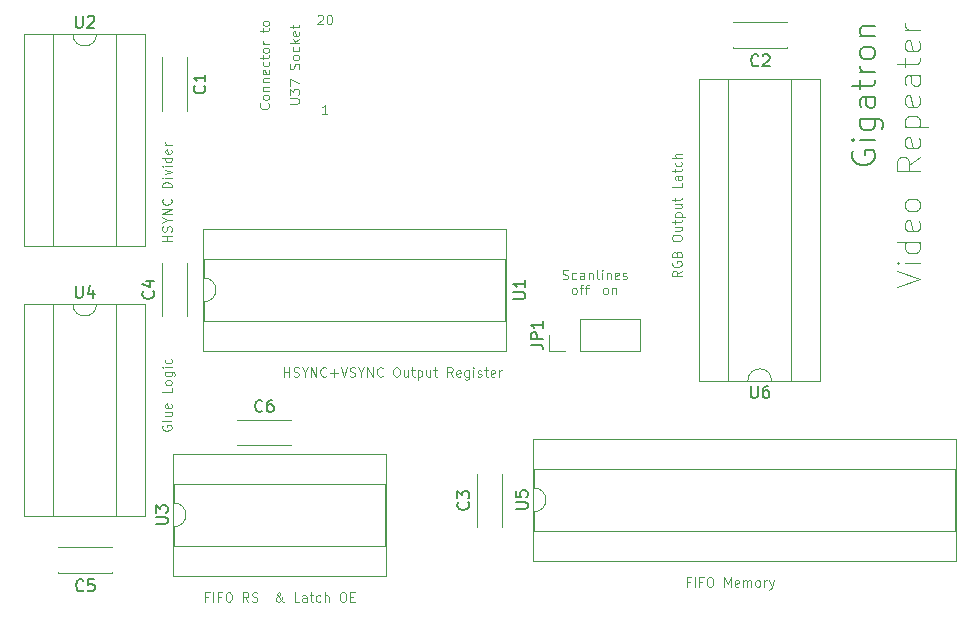
<source format=gbr>
G04 #@! TF.GenerationSoftware,KiCad,Pcbnew,(5.1.9)-1*
G04 #@! TF.CreationDate,2023-05-10T22:08:07+02:00*
G04 #@! TF.ProjectId,repeater,72657065-6174-4657-922e-6b696361645f,1*
G04 #@! TF.SameCoordinates,Original*
G04 #@! TF.FileFunction,Legend,Top*
G04 #@! TF.FilePolarity,Positive*
%FSLAX46Y46*%
G04 Gerber Fmt 4.6, Leading zero omitted, Abs format (unit mm)*
G04 Created by KiCad (PCBNEW (5.1.9)-1) date 2023-05-10 22:08:07*
%MOMM*%
%LPD*%
G01*
G04 APERTURE LIST*
%ADD10C,0.100000*%
%ADD11C,0.200000*%
%ADD12C,0.120000*%
%ADD13C,0.150000*%
%ADD14R,1.600000X1.600000*%
%ADD15O,1.600000X1.600000*%
%ADD16O,1.600000X2.400000*%
%ADD17R,1.600000X2.400000*%
%ADD18C,1.600000*%
%ADD19O,1.700000X1.700000*%
%ADD20R,1.700000X1.700000*%
G04 APERTURE END LIST*
D10*
X74656904Y-77139285D02*
X73856904Y-77139285D01*
X74237857Y-77139285D02*
X74237857Y-76682142D01*
X74656904Y-76682142D02*
X73856904Y-76682142D01*
X74618809Y-76339285D02*
X74656904Y-76225000D01*
X74656904Y-76034523D01*
X74618809Y-75958333D01*
X74580714Y-75920238D01*
X74504523Y-75882142D01*
X74428333Y-75882142D01*
X74352142Y-75920238D01*
X74314047Y-75958333D01*
X74275952Y-76034523D01*
X74237857Y-76186904D01*
X74199761Y-76263095D01*
X74161666Y-76301190D01*
X74085476Y-76339285D01*
X74009285Y-76339285D01*
X73933095Y-76301190D01*
X73895000Y-76263095D01*
X73856904Y-76186904D01*
X73856904Y-75996428D01*
X73895000Y-75882142D01*
X74275952Y-75386904D02*
X74656904Y-75386904D01*
X73856904Y-75653571D02*
X74275952Y-75386904D01*
X73856904Y-75120238D01*
X74656904Y-74853571D02*
X73856904Y-74853571D01*
X74656904Y-74396428D01*
X73856904Y-74396428D01*
X74580714Y-73558333D02*
X74618809Y-73596428D01*
X74656904Y-73710714D01*
X74656904Y-73786904D01*
X74618809Y-73901190D01*
X74542619Y-73977380D01*
X74466428Y-74015476D01*
X74314047Y-74053571D01*
X74199761Y-74053571D01*
X74047380Y-74015476D01*
X73971190Y-73977380D01*
X73895000Y-73901190D01*
X73856904Y-73786904D01*
X73856904Y-73710714D01*
X73895000Y-73596428D01*
X73933095Y-73558333D01*
X74656904Y-72605952D02*
X73856904Y-72605952D01*
X73856904Y-72415476D01*
X73895000Y-72301190D01*
X73971190Y-72225000D01*
X74047380Y-72186904D01*
X74199761Y-72148809D01*
X74314047Y-72148809D01*
X74466428Y-72186904D01*
X74542619Y-72225000D01*
X74618809Y-72301190D01*
X74656904Y-72415476D01*
X74656904Y-72605952D01*
X74656904Y-71805952D02*
X74123571Y-71805952D01*
X73856904Y-71805952D02*
X73895000Y-71844047D01*
X73933095Y-71805952D01*
X73895000Y-71767857D01*
X73856904Y-71805952D01*
X73933095Y-71805952D01*
X74123571Y-71501190D02*
X74656904Y-71310714D01*
X74123571Y-71120238D01*
X74656904Y-70815476D02*
X74123571Y-70815476D01*
X73856904Y-70815476D02*
X73895000Y-70853571D01*
X73933095Y-70815476D01*
X73895000Y-70777380D01*
X73856904Y-70815476D01*
X73933095Y-70815476D01*
X74656904Y-70091666D02*
X73856904Y-70091666D01*
X74618809Y-70091666D02*
X74656904Y-70167857D01*
X74656904Y-70320238D01*
X74618809Y-70396428D01*
X74580714Y-70434523D01*
X74504523Y-70472619D01*
X74275952Y-70472619D01*
X74199761Y-70434523D01*
X74161666Y-70396428D01*
X74123571Y-70320238D01*
X74123571Y-70167857D01*
X74161666Y-70091666D01*
X74618809Y-69405952D02*
X74656904Y-69482142D01*
X74656904Y-69634523D01*
X74618809Y-69710714D01*
X74542619Y-69748809D01*
X74237857Y-69748809D01*
X74161666Y-69710714D01*
X74123571Y-69634523D01*
X74123571Y-69482142D01*
X74161666Y-69405952D01*
X74237857Y-69367857D01*
X74314047Y-69367857D01*
X74390238Y-69748809D01*
X74656904Y-69025000D02*
X74123571Y-69025000D01*
X74275952Y-69025000D02*
X74199761Y-68986904D01*
X74161666Y-68948809D01*
X74123571Y-68872619D01*
X74123571Y-68796428D01*
X136064761Y-80992857D02*
X138064761Y-80326190D01*
X136064761Y-79659523D01*
X138064761Y-78992857D02*
X136731428Y-78992857D01*
X136064761Y-78992857D02*
X136160000Y-79088095D01*
X136255238Y-78992857D01*
X136160000Y-78897619D01*
X136064761Y-78992857D01*
X136255238Y-78992857D01*
X138064761Y-77183333D02*
X136064761Y-77183333D01*
X137969523Y-77183333D02*
X138064761Y-77373809D01*
X138064761Y-77754761D01*
X137969523Y-77945238D01*
X137874285Y-78040476D01*
X137683809Y-78135714D01*
X137112380Y-78135714D01*
X136921904Y-78040476D01*
X136826666Y-77945238D01*
X136731428Y-77754761D01*
X136731428Y-77373809D01*
X136826666Y-77183333D01*
X137969523Y-75469047D02*
X138064761Y-75659523D01*
X138064761Y-76040476D01*
X137969523Y-76230952D01*
X137779047Y-76326190D01*
X137017142Y-76326190D01*
X136826666Y-76230952D01*
X136731428Y-76040476D01*
X136731428Y-75659523D01*
X136826666Y-75469047D01*
X137017142Y-75373809D01*
X137207619Y-75373809D01*
X137398095Y-76326190D01*
X138064761Y-74230952D02*
X137969523Y-74421428D01*
X137874285Y-74516666D01*
X137683809Y-74611904D01*
X137112380Y-74611904D01*
X136921904Y-74516666D01*
X136826666Y-74421428D01*
X136731428Y-74230952D01*
X136731428Y-73945238D01*
X136826666Y-73754761D01*
X136921904Y-73659523D01*
X137112380Y-73564285D01*
X137683809Y-73564285D01*
X137874285Y-73659523D01*
X137969523Y-73754761D01*
X138064761Y-73945238D01*
X138064761Y-74230952D01*
X138064761Y-70040476D02*
X137112380Y-70707142D01*
X138064761Y-71183333D02*
X136064761Y-71183333D01*
X136064761Y-70421428D01*
X136160000Y-70230952D01*
X136255238Y-70135714D01*
X136445714Y-70040476D01*
X136731428Y-70040476D01*
X136921904Y-70135714D01*
X137017142Y-70230952D01*
X137112380Y-70421428D01*
X137112380Y-71183333D01*
X137969523Y-68421428D02*
X138064761Y-68611904D01*
X138064761Y-68992857D01*
X137969523Y-69183333D01*
X137779047Y-69278571D01*
X137017142Y-69278571D01*
X136826666Y-69183333D01*
X136731428Y-68992857D01*
X136731428Y-68611904D01*
X136826666Y-68421428D01*
X137017142Y-68326190D01*
X137207619Y-68326190D01*
X137398095Y-69278571D01*
X136731428Y-67469047D02*
X138731428Y-67469047D01*
X136826666Y-67469047D02*
X136731428Y-67278571D01*
X136731428Y-66897619D01*
X136826666Y-66707142D01*
X136921904Y-66611904D01*
X137112380Y-66516666D01*
X137683809Y-66516666D01*
X137874285Y-66611904D01*
X137969523Y-66707142D01*
X138064761Y-66897619D01*
X138064761Y-67278571D01*
X137969523Y-67469047D01*
X137969523Y-64897619D02*
X138064761Y-65088095D01*
X138064761Y-65469047D01*
X137969523Y-65659523D01*
X137779047Y-65754761D01*
X137017142Y-65754761D01*
X136826666Y-65659523D01*
X136731428Y-65469047D01*
X136731428Y-65088095D01*
X136826666Y-64897619D01*
X137017142Y-64802380D01*
X137207619Y-64802380D01*
X137398095Y-65754761D01*
X138064761Y-63088095D02*
X137017142Y-63088095D01*
X136826666Y-63183333D01*
X136731428Y-63373809D01*
X136731428Y-63754761D01*
X136826666Y-63945238D01*
X137969523Y-63088095D02*
X138064761Y-63278571D01*
X138064761Y-63754761D01*
X137969523Y-63945238D01*
X137779047Y-64040476D01*
X137588571Y-64040476D01*
X137398095Y-63945238D01*
X137302857Y-63754761D01*
X137302857Y-63278571D01*
X137207619Y-63088095D01*
X136731428Y-62421428D02*
X136731428Y-61659523D01*
X136064761Y-62135714D02*
X137779047Y-62135714D01*
X137969523Y-62040476D01*
X138064761Y-61850000D01*
X138064761Y-61659523D01*
X137969523Y-60230952D02*
X138064761Y-60421428D01*
X138064761Y-60802380D01*
X137969523Y-60992857D01*
X137779047Y-61088095D01*
X137017142Y-61088095D01*
X136826666Y-60992857D01*
X136731428Y-60802380D01*
X136731428Y-60421428D01*
X136826666Y-60230952D01*
X137017142Y-60135714D01*
X137207619Y-60135714D01*
X137398095Y-61088095D01*
X138064761Y-59278571D02*
X136731428Y-59278571D01*
X137112380Y-59278571D02*
X136921904Y-59183333D01*
X136826666Y-59088095D01*
X136731428Y-58897619D01*
X136731428Y-58707142D01*
X117836904Y-79672857D02*
X117455952Y-79939523D01*
X117836904Y-80130000D02*
X117036904Y-80130000D01*
X117036904Y-79825238D01*
X117075000Y-79749047D01*
X117113095Y-79710952D01*
X117189285Y-79672857D01*
X117303571Y-79672857D01*
X117379761Y-79710952D01*
X117417857Y-79749047D01*
X117455952Y-79825238D01*
X117455952Y-80130000D01*
X117075000Y-78910952D02*
X117036904Y-78987142D01*
X117036904Y-79101428D01*
X117075000Y-79215714D01*
X117151190Y-79291904D01*
X117227380Y-79330000D01*
X117379761Y-79368095D01*
X117494047Y-79368095D01*
X117646428Y-79330000D01*
X117722619Y-79291904D01*
X117798809Y-79215714D01*
X117836904Y-79101428D01*
X117836904Y-79025238D01*
X117798809Y-78910952D01*
X117760714Y-78872857D01*
X117494047Y-78872857D01*
X117494047Y-79025238D01*
X117417857Y-78263333D02*
X117455952Y-78149047D01*
X117494047Y-78110952D01*
X117570238Y-78072857D01*
X117684523Y-78072857D01*
X117760714Y-78110952D01*
X117798809Y-78149047D01*
X117836904Y-78225238D01*
X117836904Y-78530000D01*
X117036904Y-78530000D01*
X117036904Y-78263333D01*
X117075000Y-78187142D01*
X117113095Y-78149047D01*
X117189285Y-78110952D01*
X117265476Y-78110952D01*
X117341666Y-78149047D01*
X117379761Y-78187142D01*
X117417857Y-78263333D01*
X117417857Y-78530000D01*
X117036904Y-76968095D02*
X117036904Y-76815714D01*
X117075000Y-76739523D01*
X117151190Y-76663333D01*
X117303571Y-76625238D01*
X117570238Y-76625238D01*
X117722619Y-76663333D01*
X117798809Y-76739523D01*
X117836904Y-76815714D01*
X117836904Y-76968095D01*
X117798809Y-77044285D01*
X117722619Y-77120476D01*
X117570238Y-77158571D01*
X117303571Y-77158571D01*
X117151190Y-77120476D01*
X117075000Y-77044285D01*
X117036904Y-76968095D01*
X117303571Y-75939523D02*
X117836904Y-75939523D01*
X117303571Y-76282380D02*
X117722619Y-76282380D01*
X117798809Y-76244285D01*
X117836904Y-76168095D01*
X117836904Y-76053809D01*
X117798809Y-75977619D01*
X117760714Y-75939523D01*
X117303571Y-75672857D02*
X117303571Y-75368095D01*
X117036904Y-75558571D02*
X117722619Y-75558571D01*
X117798809Y-75520476D01*
X117836904Y-75444285D01*
X117836904Y-75368095D01*
X117303571Y-75101428D02*
X118103571Y-75101428D01*
X117341666Y-75101428D02*
X117303571Y-75025238D01*
X117303571Y-74872857D01*
X117341666Y-74796666D01*
X117379761Y-74758571D01*
X117455952Y-74720476D01*
X117684523Y-74720476D01*
X117760714Y-74758571D01*
X117798809Y-74796666D01*
X117836904Y-74872857D01*
X117836904Y-75025238D01*
X117798809Y-75101428D01*
X117303571Y-74034761D02*
X117836904Y-74034761D01*
X117303571Y-74377619D02*
X117722619Y-74377619D01*
X117798809Y-74339523D01*
X117836904Y-74263333D01*
X117836904Y-74149047D01*
X117798809Y-74072857D01*
X117760714Y-74034761D01*
X117303571Y-73768095D02*
X117303571Y-73463333D01*
X117036904Y-73653809D02*
X117722619Y-73653809D01*
X117798809Y-73615714D01*
X117836904Y-73539523D01*
X117836904Y-73463333D01*
X117836904Y-72206190D02*
X117836904Y-72587142D01*
X117036904Y-72587142D01*
X117836904Y-71596666D02*
X117417857Y-71596666D01*
X117341666Y-71634761D01*
X117303571Y-71710952D01*
X117303571Y-71863333D01*
X117341666Y-71939523D01*
X117798809Y-71596666D02*
X117836904Y-71672857D01*
X117836904Y-71863333D01*
X117798809Y-71939523D01*
X117722619Y-71977619D01*
X117646428Y-71977619D01*
X117570238Y-71939523D01*
X117532142Y-71863333D01*
X117532142Y-71672857D01*
X117494047Y-71596666D01*
X117303571Y-71330000D02*
X117303571Y-71025238D01*
X117036904Y-71215714D02*
X117722619Y-71215714D01*
X117798809Y-71177619D01*
X117836904Y-71101428D01*
X117836904Y-71025238D01*
X117798809Y-70415714D02*
X117836904Y-70491904D01*
X117836904Y-70644285D01*
X117798809Y-70720476D01*
X117760714Y-70758571D01*
X117684523Y-70796666D01*
X117455952Y-70796666D01*
X117379761Y-70758571D01*
X117341666Y-70720476D01*
X117303571Y-70644285D01*
X117303571Y-70491904D01*
X117341666Y-70415714D01*
X117836904Y-70072857D02*
X117036904Y-70072857D01*
X117836904Y-69730000D02*
X117417857Y-69730000D01*
X117341666Y-69768095D01*
X117303571Y-69844285D01*
X117303571Y-69958571D01*
X117341666Y-70034761D01*
X117379761Y-70072857D01*
X73895000Y-92760476D02*
X73856904Y-92836666D01*
X73856904Y-92950952D01*
X73895000Y-93065238D01*
X73971190Y-93141428D01*
X74047380Y-93179523D01*
X74199761Y-93217619D01*
X74314047Y-93217619D01*
X74466428Y-93179523D01*
X74542619Y-93141428D01*
X74618809Y-93065238D01*
X74656904Y-92950952D01*
X74656904Y-92874761D01*
X74618809Y-92760476D01*
X74580714Y-92722380D01*
X74314047Y-92722380D01*
X74314047Y-92874761D01*
X74656904Y-92265238D02*
X74618809Y-92341428D01*
X74542619Y-92379523D01*
X73856904Y-92379523D01*
X74123571Y-91617619D02*
X74656904Y-91617619D01*
X74123571Y-91960476D02*
X74542619Y-91960476D01*
X74618809Y-91922380D01*
X74656904Y-91846190D01*
X74656904Y-91731904D01*
X74618809Y-91655714D01*
X74580714Y-91617619D01*
X74618809Y-90931904D02*
X74656904Y-91008095D01*
X74656904Y-91160476D01*
X74618809Y-91236666D01*
X74542619Y-91274761D01*
X74237857Y-91274761D01*
X74161666Y-91236666D01*
X74123571Y-91160476D01*
X74123571Y-91008095D01*
X74161666Y-90931904D01*
X74237857Y-90893809D01*
X74314047Y-90893809D01*
X74390238Y-91274761D01*
X74656904Y-89560476D02*
X74656904Y-89941428D01*
X73856904Y-89941428D01*
X74656904Y-89179523D02*
X74618809Y-89255714D01*
X74580714Y-89293809D01*
X74504523Y-89331904D01*
X74275952Y-89331904D01*
X74199761Y-89293809D01*
X74161666Y-89255714D01*
X74123571Y-89179523D01*
X74123571Y-89065238D01*
X74161666Y-88989047D01*
X74199761Y-88950952D01*
X74275952Y-88912857D01*
X74504523Y-88912857D01*
X74580714Y-88950952D01*
X74618809Y-88989047D01*
X74656904Y-89065238D01*
X74656904Y-89179523D01*
X74123571Y-88227142D02*
X74771190Y-88227142D01*
X74847380Y-88265238D01*
X74885476Y-88303333D01*
X74923571Y-88379523D01*
X74923571Y-88493809D01*
X74885476Y-88570000D01*
X74618809Y-88227142D02*
X74656904Y-88303333D01*
X74656904Y-88455714D01*
X74618809Y-88531904D01*
X74580714Y-88570000D01*
X74504523Y-88608095D01*
X74275952Y-88608095D01*
X74199761Y-88570000D01*
X74161666Y-88531904D01*
X74123571Y-88455714D01*
X74123571Y-88303333D01*
X74161666Y-88227142D01*
X74656904Y-87846190D02*
X74123571Y-87846190D01*
X73856904Y-87846190D02*
X73895000Y-87884285D01*
X73933095Y-87846190D01*
X73895000Y-87808095D01*
X73856904Y-87846190D01*
X73933095Y-87846190D01*
X74618809Y-87122380D02*
X74656904Y-87198571D01*
X74656904Y-87350952D01*
X74618809Y-87427142D01*
X74580714Y-87465238D01*
X74504523Y-87503333D01*
X74275952Y-87503333D01*
X74199761Y-87465238D01*
X74161666Y-87427142D01*
X74123571Y-87350952D01*
X74123571Y-87198571D01*
X74161666Y-87122380D01*
X84183095Y-88626904D02*
X84183095Y-87826904D01*
X84183095Y-88207857D02*
X84640238Y-88207857D01*
X84640238Y-88626904D02*
X84640238Y-87826904D01*
X84983095Y-88588809D02*
X85097380Y-88626904D01*
X85287857Y-88626904D01*
X85364047Y-88588809D01*
X85402142Y-88550714D01*
X85440238Y-88474523D01*
X85440238Y-88398333D01*
X85402142Y-88322142D01*
X85364047Y-88284047D01*
X85287857Y-88245952D01*
X85135476Y-88207857D01*
X85059285Y-88169761D01*
X85021190Y-88131666D01*
X84983095Y-88055476D01*
X84983095Y-87979285D01*
X85021190Y-87903095D01*
X85059285Y-87865000D01*
X85135476Y-87826904D01*
X85325952Y-87826904D01*
X85440238Y-87865000D01*
X85935476Y-88245952D02*
X85935476Y-88626904D01*
X85668809Y-87826904D02*
X85935476Y-88245952D01*
X86202142Y-87826904D01*
X86468809Y-88626904D02*
X86468809Y-87826904D01*
X86925952Y-88626904D01*
X86925952Y-87826904D01*
X87764047Y-88550714D02*
X87725952Y-88588809D01*
X87611666Y-88626904D01*
X87535476Y-88626904D01*
X87421190Y-88588809D01*
X87345000Y-88512619D01*
X87306904Y-88436428D01*
X87268809Y-88284047D01*
X87268809Y-88169761D01*
X87306904Y-88017380D01*
X87345000Y-87941190D01*
X87421190Y-87865000D01*
X87535476Y-87826904D01*
X87611666Y-87826904D01*
X87725952Y-87865000D01*
X87764047Y-87903095D01*
X88106904Y-88322142D02*
X88716428Y-88322142D01*
X88411666Y-88626904D02*
X88411666Y-88017380D01*
X88983095Y-87826904D02*
X89249761Y-88626904D01*
X89516428Y-87826904D01*
X89745000Y-88588809D02*
X89859285Y-88626904D01*
X90049761Y-88626904D01*
X90125952Y-88588809D01*
X90164047Y-88550714D01*
X90202142Y-88474523D01*
X90202142Y-88398333D01*
X90164047Y-88322142D01*
X90125952Y-88284047D01*
X90049761Y-88245952D01*
X89897380Y-88207857D01*
X89821190Y-88169761D01*
X89783095Y-88131666D01*
X89745000Y-88055476D01*
X89745000Y-87979285D01*
X89783095Y-87903095D01*
X89821190Y-87865000D01*
X89897380Y-87826904D01*
X90087857Y-87826904D01*
X90202142Y-87865000D01*
X90697380Y-88245952D02*
X90697380Y-88626904D01*
X90430714Y-87826904D02*
X90697380Y-88245952D01*
X90964047Y-87826904D01*
X91230714Y-88626904D02*
X91230714Y-87826904D01*
X91687857Y-88626904D01*
X91687857Y-87826904D01*
X92525952Y-88550714D02*
X92487857Y-88588809D01*
X92373571Y-88626904D01*
X92297380Y-88626904D01*
X92183095Y-88588809D01*
X92106904Y-88512619D01*
X92068809Y-88436428D01*
X92030714Y-88284047D01*
X92030714Y-88169761D01*
X92068809Y-88017380D01*
X92106904Y-87941190D01*
X92183095Y-87865000D01*
X92297380Y-87826904D01*
X92373571Y-87826904D01*
X92487857Y-87865000D01*
X92525952Y-87903095D01*
X93630714Y-87826904D02*
X93783095Y-87826904D01*
X93859285Y-87865000D01*
X93935476Y-87941190D01*
X93973571Y-88093571D01*
X93973571Y-88360238D01*
X93935476Y-88512619D01*
X93859285Y-88588809D01*
X93783095Y-88626904D01*
X93630714Y-88626904D01*
X93554523Y-88588809D01*
X93478333Y-88512619D01*
X93440238Y-88360238D01*
X93440238Y-88093571D01*
X93478333Y-87941190D01*
X93554523Y-87865000D01*
X93630714Y-87826904D01*
X94659285Y-88093571D02*
X94659285Y-88626904D01*
X94316428Y-88093571D02*
X94316428Y-88512619D01*
X94354523Y-88588809D01*
X94430714Y-88626904D01*
X94545000Y-88626904D01*
X94621190Y-88588809D01*
X94659285Y-88550714D01*
X94925952Y-88093571D02*
X95230714Y-88093571D01*
X95040238Y-87826904D02*
X95040238Y-88512619D01*
X95078333Y-88588809D01*
X95154523Y-88626904D01*
X95230714Y-88626904D01*
X95497380Y-88093571D02*
X95497380Y-88893571D01*
X95497380Y-88131666D02*
X95573571Y-88093571D01*
X95725952Y-88093571D01*
X95802142Y-88131666D01*
X95840238Y-88169761D01*
X95878333Y-88245952D01*
X95878333Y-88474523D01*
X95840238Y-88550714D01*
X95802142Y-88588809D01*
X95725952Y-88626904D01*
X95573571Y-88626904D01*
X95497380Y-88588809D01*
X96564047Y-88093571D02*
X96564047Y-88626904D01*
X96221190Y-88093571D02*
X96221190Y-88512619D01*
X96259285Y-88588809D01*
X96335476Y-88626904D01*
X96449761Y-88626904D01*
X96525952Y-88588809D01*
X96564047Y-88550714D01*
X96830714Y-88093571D02*
X97135476Y-88093571D01*
X96945000Y-87826904D02*
X96945000Y-88512619D01*
X96983095Y-88588809D01*
X97059285Y-88626904D01*
X97135476Y-88626904D01*
X98468809Y-88626904D02*
X98202142Y-88245952D01*
X98011666Y-88626904D02*
X98011666Y-87826904D01*
X98316428Y-87826904D01*
X98392619Y-87865000D01*
X98430714Y-87903095D01*
X98468809Y-87979285D01*
X98468809Y-88093571D01*
X98430714Y-88169761D01*
X98392619Y-88207857D01*
X98316428Y-88245952D01*
X98011666Y-88245952D01*
X99116428Y-88588809D02*
X99040238Y-88626904D01*
X98887857Y-88626904D01*
X98811666Y-88588809D01*
X98773571Y-88512619D01*
X98773571Y-88207857D01*
X98811666Y-88131666D01*
X98887857Y-88093571D01*
X99040238Y-88093571D01*
X99116428Y-88131666D01*
X99154523Y-88207857D01*
X99154523Y-88284047D01*
X98773571Y-88360238D01*
X99840238Y-88093571D02*
X99840238Y-88741190D01*
X99802142Y-88817380D01*
X99764047Y-88855476D01*
X99687857Y-88893571D01*
X99573571Y-88893571D01*
X99497380Y-88855476D01*
X99840238Y-88588809D02*
X99764047Y-88626904D01*
X99611666Y-88626904D01*
X99535476Y-88588809D01*
X99497380Y-88550714D01*
X99459285Y-88474523D01*
X99459285Y-88245952D01*
X99497380Y-88169761D01*
X99535476Y-88131666D01*
X99611666Y-88093571D01*
X99764047Y-88093571D01*
X99840238Y-88131666D01*
X100221190Y-88626904D02*
X100221190Y-88093571D01*
X100221190Y-87826904D02*
X100183095Y-87865000D01*
X100221190Y-87903095D01*
X100259285Y-87865000D01*
X100221190Y-87826904D01*
X100221190Y-87903095D01*
X100564047Y-88588809D02*
X100640238Y-88626904D01*
X100792619Y-88626904D01*
X100868809Y-88588809D01*
X100906904Y-88512619D01*
X100906904Y-88474523D01*
X100868809Y-88398333D01*
X100792619Y-88360238D01*
X100678333Y-88360238D01*
X100602142Y-88322142D01*
X100564047Y-88245952D01*
X100564047Y-88207857D01*
X100602142Y-88131666D01*
X100678333Y-88093571D01*
X100792619Y-88093571D01*
X100868809Y-88131666D01*
X101135476Y-88093571D02*
X101440238Y-88093571D01*
X101249761Y-87826904D02*
X101249761Y-88512619D01*
X101287857Y-88588809D01*
X101364047Y-88626904D01*
X101440238Y-88626904D01*
X102011666Y-88588809D02*
X101935476Y-88626904D01*
X101783095Y-88626904D01*
X101706904Y-88588809D01*
X101668809Y-88512619D01*
X101668809Y-88207857D01*
X101706904Y-88131666D01*
X101783095Y-88093571D01*
X101935476Y-88093571D01*
X102011666Y-88131666D01*
X102049761Y-88207857D01*
X102049761Y-88284047D01*
X101668809Y-88360238D01*
X102392619Y-88626904D02*
X102392619Y-88093571D01*
X102392619Y-88245952D02*
X102430714Y-88169761D01*
X102468809Y-88131666D01*
X102545000Y-88093571D01*
X102621190Y-88093571D01*
X77781904Y-107257857D02*
X77515238Y-107257857D01*
X77515238Y-107676904D02*
X77515238Y-106876904D01*
X77896190Y-106876904D01*
X78200952Y-107676904D02*
X78200952Y-106876904D01*
X78848571Y-107257857D02*
X78581904Y-107257857D01*
X78581904Y-107676904D02*
X78581904Y-106876904D01*
X78962857Y-106876904D01*
X79420000Y-106876904D02*
X79572380Y-106876904D01*
X79648571Y-106915000D01*
X79724761Y-106991190D01*
X79762857Y-107143571D01*
X79762857Y-107410238D01*
X79724761Y-107562619D01*
X79648571Y-107638809D01*
X79572380Y-107676904D01*
X79420000Y-107676904D01*
X79343809Y-107638809D01*
X79267619Y-107562619D01*
X79229523Y-107410238D01*
X79229523Y-107143571D01*
X79267619Y-106991190D01*
X79343809Y-106915000D01*
X79420000Y-106876904D01*
X81172380Y-107676904D02*
X80905714Y-107295952D01*
X80715238Y-107676904D02*
X80715238Y-106876904D01*
X81020000Y-106876904D01*
X81096190Y-106915000D01*
X81134285Y-106953095D01*
X81172380Y-107029285D01*
X81172380Y-107143571D01*
X81134285Y-107219761D01*
X81096190Y-107257857D01*
X81020000Y-107295952D01*
X80715238Y-107295952D01*
X81477142Y-107638809D02*
X81591428Y-107676904D01*
X81781904Y-107676904D01*
X81858095Y-107638809D01*
X81896190Y-107600714D01*
X81934285Y-107524523D01*
X81934285Y-107448333D01*
X81896190Y-107372142D01*
X81858095Y-107334047D01*
X81781904Y-107295952D01*
X81629523Y-107257857D01*
X81553333Y-107219761D01*
X81515238Y-107181666D01*
X81477142Y-107105476D01*
X81477142Y-107029285D01*
X81515238Y-106953095D01*
X81553333Y-106915000D01*
X81629523Y-106876904D01*
X81820000Y-106876904D01*
X81934285Y-106915000D01*
X84143809Y-107676904D02*
X84105714Y-107676904D01*
X84029523Y-107638809D01*
X83915238Y-107524523D01*
X83724761Y-107295952D01*
X83648571Y-107181666D01*
X83610476Y-107067380D01*
X83610476Y-106991190D01*
X83648571Y-106915000D01*
X83724761Y-106876904D01*
X83762857Y-106876904D01*
X83839047Y-106915000D01*
X83877142Y-106991190D01*
X83877142Y-107029285D01*
X83839047Y-107105476D01*
X83800952Y-107143571D01*
X83572380Y-107295952D01*
X83534285Y-107334047D01*
X83496190Y-107410238D01*
X83496190Y-107524523D01*
X83534285Y-107600714D01*
X83572380Y-107638809D01*
X83648571Y-107676904D01*
X83762857Y-107676904D01*
X83839047Y-107638809D01*
X83877142Y-107600714D01*
X83991428Y-107448333D01*
X84029523Y-107334047D01*
X84029523Y-107257857D01*
X85477142Y-107676904D02*
X85096190Y-107676904D01*
X85096190Y-106876904D01*
X86086666Y-107676904D02*
X86086666Y-107257857D01*
X86048571Y-107181666D01*
X85972380Y-107143571D01*
X85820000Y-107143571D01*
X85743809Y-107181666D01*
X86086666Y-107638809D02*
X86010476Y-107676904D01*
X85820000Y-107676904D01*
X85743809Y-107638809D01*
X85705714Y-107562619D01*
X85705714Y-107486428D01*
X85743809Y-107410238D01*
X85820000Y-107372142D01*
X86010476Y-107372142D01*
X86086666Y-107334047D01*
X86353333Y-107143571D02*
X86658095Y-107143571D01*
X86467619Y-106876904D02*
X86467619Y-107562619D01*
X86505714Y-107638809D01*
X86581904Y-107676904D01*
X86658095Y-107676904D01*
X87267619Y-107638809D02*
X87191428Y-107676904D01*
X87039047Y-107676904D01*
X86962857Y-107638809D01*
X86924761Y-107600714D01*
X86886666Y-107524523D01*
X86886666Y-107295952D01*
X86924761Y-107219761D01*
X86962857Y-107181666D01*
X87039047Y-107143571D01*
X87191428Y-107143571D01*
X87267619Y-107181666D01*
X87610476Y-107676904D02*
X87610476Y-106876904D01*
X87953333Y-107676904D02*
X87953333Y-107257857D01*
X87915238Y-107181666D01*
X87839047Y-107143571D01*
X87724761Y-107143571D01*
X87648571Y-107181666D01*
X87610476Y-107219761D01*
X89096190Y-106876904D02*
X89248571Y-106876904D01*
X89324761Y-106915000D01*
X89400952Y-106991190D01*
X89439047Y-107143571D01*
X89439047Y-107410238D01*
X89400952Y-107562619D01*
X89324761Y-107638809D01*
X89248571Y-107676904D01*
X89096190Y-107676904D01*
X89020000Y-107638809D01*
X88943809Y-107562619D01*
X88905714Y-107410238D01*
X88905714Y-107143571D01*
X88943809Y-106991190D01*
X89020000Y-106915000D01*
X89096190Y-106876904D01*
X89781904Y-107257857D02*
X90048571Y-107257857D01*
X90162857Y-107676904D02*
X89781904Y-107676904D01*
X89781904Y-106876904D01*
X90162857Y-106876904D01*
X118529523Y-105987857D02*
X118262857Y-105987857D01*
X118262857Y-106406904D02*
X118262857Y-105606904D01*
X118643809Y-105606904D01*
X118948571Y-106406904D02*
X118948571Y-105606904D01*
X119596190Y-105987857D02*
X119329523Y-105987857D01*
X119329523Y-106406904D02*
X119329523Y-105606904D01*
X119710476Y-105606904D01*
X120167619Y-105606904D02*
X120320000Y-105606904D01*
X120396190Y-105645000D01*
X120472380Y-105721190D01*
X120510476Y-105873571D01*
X120510476Y-106140238D01*
X120472380Y-106292619D01*
X120396190Y-106368809D01*
X120320000Y-106406904D01*
X120167619Y-106406904D01*
X120091428Y-106368809D01*
X120015238Y-106292619D01*
X119977142Y-106140238D01*
X119977142Y-105873571D01*
X120015238Y-105721190D01*
X120091428Y-105645000D01*
X120167619Y-105606904D01*
X121462857Y-106406904D02*
X121462857Y-105606904D01*
X121729523Y-106178333D01*
X121996190Y-105606904D01*
X121996190Y-106406904D01*
X122681904Y-106368809D02*
X122605714Y-106406904D01*
X122453333Y-106406904D01*
X122377142Y-106368809D01*
X122339047Y-106292619D01*
X122339047Y-105987857D01*
X122377142Y-105911666D01*
X122453333Y-105873571D01*
X122605714Y-105873571D01*
X122681904Y-105911666D01*
X122720000Y-105987857D01*
X122720000Y-106064047D01*
X122339047Y-106140238D01*
X123062857Y-106406904D02*
X123062857Y-105873571D01*
X123062857Y-105949761D02*
X123100952Y-105911666D01*
X123177142Y-105873571D01*
X123291428Y-105873571D01*
X123367619Y-105911666D01*
X123405714Y-105987857D01*
X123405714Y-106406904D01*
X123405714Y-105987857D02*
X123443809Y-105911666D01*
X123520000Y-105873571D01*
X123634285Y-105873571D01*
X123710476Y-105911666D01*
X123748571Y-105987857D01*
X123748571Y-106406904D01*
X124243809Y-106406904D02*
X124167619Y-106368809D01*
X124129523Y-106330714D01*
X124091428Y-106254523D01*
X124091428Y-106025952D01*
X124129523Y-105949761D01*
X124167619Y-105911666D01*
X124243809Y-105873571D01*
X124358095Y-105873571D01*
X124434285Y-105911666D01*
X124472380Y-105949761D01*
X124510476Y-106025952D01*
X124510476Y-106254523D01*
X124472380Y-106330714D01*
X124434285Y-106368809D01*
X124358095Y-106406904D01*
X124243809Y-106406904D01*
X124853333Y-106406904D02*
X124853333Y-105873571D01*
X124853333Y-106025952D02*
X124891428Y-105949761D01*
X124929523Y-105911666D01*
X125005714Y-105873571D01*
X125081904Y-105873571D01*
X125272380Y-105873571D02*
X125462857Y-106406904D01*
X125653333Y-105873571D02*
X125462857Y-106406904D01*
X125386666Y-106597380D01*
X125348571Y-106635476D01*
X125272380Y-106673571D01*
X87020476Y-58058095D02*
X87058571Y-58020000D01*
X87134761Y-57981904D01*
X87325238Y-57981904D01*
X87401428Y-58020000D01*
X87439523Y-58058095D01*
X87477619Y-58134285D01*
X87477619Y-58210476D01*
X87439523Y-58324761D01*
X86982380Y-58781904D01*
X87477619Y-58781904D01*
X87972857Y-57981904D02*
X88049047Y-57981904D01*
X88125238Y-58020000D01*
X88163333Y-58058095D01*
X88201428Y-58134285D01*
X88239523Y-58286666D01*
X88239523Y-58477142D01*
X88201428Y-58629523D01*
X88163333Y-58705714D01*
X88125238Y-58743809D01*
X88049047Y-58781904D01*
X87972857Y-58781904D01*
X87896666Y-58743809D01*
X87858571Y-58705714D01*
X87820476Y-58629523D01*
X87782380Y-58477142D01*
X87782380Y-58286666D01*
X87820476Y-58134285D01*
X87858571Y-58058095D01*
X87896666Y-58020000D01*
X87972857Y-57981904D01*
X87858571Y-66401904D02*
X87401428Y-66401904D01*
X87630000Y-66401904D02*
X87630000Y-65601904D01*
X87553809Y-65716190D01*
X87477619Y-65792380D01*
X87401428Y-65830476D01*
X84651904Y-65506190D02*
X85299523Y-65506190D01*
X85375714Y-65468095D01*
X85413809Y-65430000D01*
X85451904Y-65353809D01*
X85451904Y-65201428D01*
X85413809Y-65125238D01*
X85375714Y-65087142D01*
X85299523Y-65049047D01*
X84651904Y-65049047D01*
X84651904Y-64744285D02*
X84651904Y-64249047D01*
X84956666Y-64515714D01*
X84956666Y-64401428D01*
X84994761Y-64325238D01*
X85032857Y-64287142D01*
X85109047Y-64249047D01*
X85299523Y-64249047D01*
X85375714Y-64287142D01*
X85413809Y-64325238D01*
X85451904Y-64401428D01*
X85451904Y-64630000D01*
X85413809Y-64706190D01*
X85375714Y-64744285D01*
X84651904Y-63982380D02*
X84651904Y-63449047D01*
X85451904Y-63791904D01*
X85413809Y-62572857D02*
X85451904Y-62458571D01*
X85451904Y-62268095D01*
X85413809Y-62191904D01*
X85375714Y-62153809D01*
X85299523Y-62115714D01*
X85223333Y-62115714D01*
X85147142Y-62153809D01*
X85109047Y-62191904D01*
X85070952Y-62268095D01*
X85032857Y-62420476D01*
X84994761Y-62496666D01*
X84956666Y-62534761D01*
X84880476Y-62572857D01*
X84804285Y-62572857D01*
X84728095Y-62534761D01*
X84690000Y-62496666D01*
X84651904Y-62420476D01*
X84651904Y-62230000D01*
X84690000Y-62115714D01*
X85451904Y-61658571D02*
X85413809Y-61734761D01*
X85375714Y-61772857D01*
X85299523Y-61810952D01*
X85070952Y-61810952D01*
X84994761Y-61772857D01*
X84956666Y-61734761D01*
X84918571Y-61658571D01*
X84918571Y-61544285D01*
X84956666Y-61468095D01*
X84994761Y-61430000D01*
X85070952Y-61391904D01*
X85299523Y-61391904D01*
X85375714Y-61430000D01*
X85413809Y-61468095D01*
X85451904Y-61544285D01*
X85451904Y-61658571D01*
X85413809Y-60706190D02*
X85451904Y-60782380D01*
X85451904Y-60934761D01*
X85413809Y-61010952D01*
X85375714Y-61049047D01*
X85299523Y-61087142D01*
X85070952Y-61087142D01*
X84994761Y-61049047D01*
X84956666Y-61010952D01*
X84918571Y-60934761D01*
X84918571Y-60782380D01*
X84956666Y-60706190D01*
X85451904Y-60363333D02*
X84651904Y-60363333D01*
X85147142Y-60287142D02*
X85451904Y-60058571D01*
X84918571Y-60058571D02*
X85223333Y-60363333D01*
X85413809Y-59410952D02*
X85451904Y-59487142D01*
X85451904Y-59639523D01*
X85413809Y-59715714D01*
X85337619Y-59753809D01*
X85032857Y-59753809D01*
X84956666Y-59715714D01*
X84918571Y-59639523D01*
X84918571Y-59487142D01*
X84956666Y-59410952D01*
X85032857Y-59372857D01*
X85109047Y-59372857D01*
X85185238Y-59753809D01*
X84918571Y-59144285D02*
X84918571Y-58839523D01*
X84651904Y-59030000D02*
X85337619Y-59030000D01*
X85413809Y-58991904D01*
X85451904Y-58915714D01*
X85451904Y-58839523D01*
X82835714Y-65487142D02*
X82873809Y-65525238D01*
X82911904Y-65639523D01*
X82911904Y-65715714D01*
X82873809Y-65830000D01*
X82797619Y-65906190D01*
X82721428Y-65944285D01*
X82569047Y-65982380D01*
X82454761Y-65982380D01*
X82302380Y-65944285D01*
X82226190Y-65906190D01*
X82150000Y-65830000D01*
X82111904Y-65715714D01*
X82111904Y-65639523D01*
X82150000Y-65525238D01*
X82188095Y-65487142D01*
X82911904Y-65030000D02*
X82873809Y-65106190D01*
X82835714Y-65144285D01*
X82759523Y-65182380D01*
X82530952Y-65182380D01*
X82454761Y-65144285D01*
X82416666Y-65106190D01*
X82378571Y-65030000D01*
X82378571Y-64915714D01*
X82416666Y-64839523D01*
X82454761Y-64801428D01*
X82530952Y-64763333D01*
X82759523Y-64763333D01*
X82835714Y-64801428D01*
X82873809Y-64839523D01*
X82911904Y-64915714D01*
X82911904Y-65030000D01*
X82378571Y-64420476D02*
X82911904Y-64420476D01*
X82454761Y-64420476D02*
X82416666Y-64382380D01*
X82378571Y-64306190D01*
X82378571Y-64191904D01*
X82416666Y-64115714D01*
X82492857Y-64077619D01*
X82911904Y-64077619D01*
X82378571Y-63696666D02*
X82911904Y-63696666D01*
X82454761Y-63696666D02*
X82416666Y-63658571D01*
X82378571Y-63582380D01*
X82378571Y-63468095D01*
X82416666Y-63391904D01*
X82492857Y-63353809D01*
X82911904Y-63353809D01*
X82873809Y-62668095D02*
X82911904Y-62744285D01*
X82911904Y-62896666D01*
X82873809Y-62972857D01*
X82797619Y-63010952D01*
X82492857Y-63010952D01*
X82416666Y-62972857D01*
X82378571Y-62896666D01*
X82378571Y-62744285D01*
X82416666Y-62668095D01*
X82492857Y-62630000D01*
X82569047Y-62630000D01*
X82645238Y-63010952D01*
X82873809Y-61944285D02*
X82911904Y-62020476D01*
X82911904Y-62172857D01*
X82873809Y-62249047D01*
X82835714Y-62287142D01*
X82759523Y-62325238D01*
X82530952Y-62325238D01*
X82454761Y-62287142D01*
X82416666Y-62249047D01*
X82378571Y-62172857D01*
X82378571Y-62020476D01*
X82416666Y-61944285D01*
X82378571Y-61715714D02*
X82378571Y-61410952D01*
X82111904Y-61601428D02*
X82797619Y-61601428D01*
X82873809Y-61563333D01*
X82911904Y-61487142D01*
X82911904Y-61410952D01*
X82911904Y-61030000D02*
X82873809Y-61106190D01*
X82835714Y-61144285D01*
X82759523Y-61182380D01*
X82530952Y-61182380D01*
X82454761Y-61144285D01*
X82416666Y-61106190D01*
X82378571Y-61030000D01*
X82378571Y-60915714D01*
X82416666Y-60839523D01*
X82454761Y-60801428D01*
X82530952Y-60763333D01*
X82759523Y-60763333D01*
X82835714Y-60801428D01*
X82873809Y-60839523D01*
X82911904Y-60915714D01*
X82911904Y-61030000D01*
X82911904Y-60420476D02*
X82378571Y-60420476D01*
X82530952Y-60420476D02*
X82454761Y-60382380D01*
X82416666Y-60344285D01*
X82378571Y-60268095D01*
X82378571Y-60191904D01*
X82378571Y-59430000D02*
X82378571Y-59125238D01*
X82111904Y-59315714D02*
X82797619Y-59315714D01*
X82873809Y-59277619D01*
X82911904Y-59201428D01*
X82911904Y-59125238D01*
X82911904Y-58744285D02*
X82873809Y-58820476D01*
X82835714Y-58858571D01*
X82759523Y-58896666D01*
X82530952Y-58896666D01*
X82454761Y-58858571D01*
X82416666Y-58820476D01*
X82378571Y-58744285D01*
X82378571Y-58630000D01*
X82416666Y-58553809D01*
X82454761Y-58515714D01*
X82530952Y-58477619D01*
X82759523Y-58477619D01*
X82835714Y-58515714D01*
X82873809Y-58553809D01*
X82911904Y-58630000D01*
X82911904Y-58744285D01*
X111340952Y-81641904D02*
X111264761Y-81603809D01*
X111226666Y-81565714D01*
X111188571Y-81489523D01*
X111188571Y-81260952D01*
X111226666Y-81184761D01*
X111264761Y-81146666D01*
X111340952Y-81108571D01*
X111455238Y-81108571D01*
X111531428Y-81146666D01*
X111569523Y-81184761D01*
X111607619Y-81260952D01*
X111607619Y-81489523D01*
X111569523Y-81565714D01*
X111531428Y-81603809D01*
X111455238Y-81641904D01*
X111340952Y-81641904D01*
X111950476Y-81108571D02*
X111950476Y-81641904D01*
X111950476Y-81184761D02*
X111988571Y-81146666D01*
X112064761Y-81108571D01*
X112179047Y-81108571D01*
X112255238Y-81146666D01*
X112293333Y-81222857D01*
X112293333Y-81641904D01*
X108705714Y-81641904D02*
X108629523Y-81603809D01*
X108591428Y-81565714D01*
X108553333Y-81489523D01*
X108553333Y-81260952D01*
X108591428Y-81184761D01*
X108629523Y-81146666D01*
X108705714Y-81108571D01*
X108820000Y-81108571D01*
X108896190Y-81146666D01*
X108934285Y-81184761D01*
X108972380Y-81260952D01*
X108972380Y-81489523D01*
X108934285Y-81565714D01*
X108896190Y-81603809D01*
X108820000Y-81641904D01*
X108705714Y-81641904D01*
X109200952Y-81108571D02*
X109505714Y-81108571D01*
X109315238Y-81641904D02*
X109315238Y-80956190D01*
X109353333Y-80880000D01*
X109429523Y-80841904D01*
X109505714Y-80841904D01*
X109658095Y-81108571D02*
X109962857Y-81108571D01*
X109772380Y-81641904D02*
X109772380Y-80956190D01*
X109810476Y-80880000D01*
X109886666Y-80841904D01*
X109962857Y-80841904D01*
X107766190Y-80333809D02*
X107880476Y-80371904D01*
X108070952Y-80371904D01*
X108147142Y-80333809D01*
X108185238Y-80295714D01*
X108223333Y-80219523D01*
X108223333Y-80143333D01*
X108185238Y-80067142D01*
X108147142Y-80029047D01*
X108070952Y-79990952D01*
X107918571Y-79952857D01*
X107842380Y-79914761D01*
X107804285Y-79876666D01*
X107766190Y-79800476D01*
X107766190Y-79724285D01*
X107804285Y-79648095D01*
X107842380Y-79610000D01*
X107918571Y-79571904D01*
X108109047Y-79571904D01*
X108223333Y-79610000D01*
X108909047Y-80333809D02*
X108832857Y-80371904D01*
X108680476Y-80371904D01*
X108604285Y-80333809D01*
X108566190Y-80295714D01*
X108528095Y-80219523D01*
X108528095Y-79990952D01*
X108566190Y-79914761D01*
X108604285Y-79876666D01*
X108680476Y-79838571D01*
X108832857Y-79838571D01*
X108909047Y-79876666D01*
X109594761Y-80371904D02*
X109594761Y-79952857D01*
X109556666Y-79876666D01*
X109480476Y-79838571D01*
X109328095Y-79838571D01*
X109251904Y-79876666D01*
X109594761Y-80333809D02*
X109518571Y-80371904D01*
X109328095Y-80371904D01*
X109251904Y-80333809D01*
X109213809Y-80257619D01*
X109213809Y-80181428D01*
X109251904Y-80105238D01*
X109328095Y-80067142D01*
X109518571Y-80067142D01*
X109594761Y-80029047D01*
X109975714Y-79838571D02*
X109975714Y-80371904D01*
X109975714Y-79914761D02*
X110013809Y-79876666D01*
X110090000Y-79838571D01*
X110204285Y-79838571D01*
X110280476Y-79876666D01*
X110318571Y-79952857D01*
X110318571Y-80371904D01*
X110813809Y-80371904D02*
X110737619Y-80333809D01*
X110699523Y-80257619D01*
X110699523Y-79571904D01*
X111118571Y-80371904D02*
X111118571Y-79838571D01*
X111118571Y-79571904D02*
X111080476Y-79610000D01*
X111118571Y-79648095D01*
X111156666Y-79610000D01*
X111118571Y-79571904D01*
X111118571Y-79648095D01*
X111499523Y-79838571D02*
X111499523Y-80371904D01*
X111499523Y-79914761D02*
X111537619Y-79876666D01*
X111613809Y-79838571D01*
X111728095Y-79838571D01*
X111804285Y-79876666D01*
X111842380Y-79952857D01*
X111842380Y-80371904D01*
X112528095Y-80333809D02*
X112451904Y-80371904D01*
X112299523Y-80371904D01*
X112223333Y-80333809D01*
X112185238Y-80257619D01*
X112185238Y-79952857D01*
X112223333Y-79876666D01*
X112299523Y-79838571D01*
X112451904Y-79838571D01*
X112528095Y-79876666D01*
X112566190Y-79952857D01*
X112566190Y-80029047D01*
X112185238Y-80105238D01*
X112870952Y-80333809D02*
X112947142Y-80371904D01*
X113099523Y-80371904D01*
X113175714Y-80333809D01*
X113213809Y-80257619D01*
X113213809Y-80219523D01*
X113175714Y-80143333D01*
X113099523Y-80105238D01*
X112985238Y-80105238D01*
X112909047Y-80067142D01*
X112870952Y-79990952D01*
X112870952Y-79952857D01*
X112909047Y-79876666D01*
X112985238Y-79838571D01*
X113099523Y-79838571D01*
X113175714Y-79876666D01*
D11*
X132350000Y-69531904D02*
X132254761Y-69722380D01*
X132254761Y-70008095D01*
X132350000Y-70293809D01*
X132540476Y-70484285D01*
X132730952Y-70579523D01*
X133111904Y-70674761D01*
X133397619Y-70674761D01*
X133778571Y-70579523D01*
X133969047Y-70484285D01*
X134159523Y-70293809D01*
X134254761Y-70008095D01*
X134254761Y-69817619D01*
X134159523Y-69531904D01*
X134064285Y-69436666D01*
X133397619Y-69436666D01*
X133397619Y-69817619D01*
X134254761Y-68579523D02*
X132921428Y-68579523D01*
X132254761Y-68579523D02*
X132350000Y-68674761D01*
X132445238Y-68579523D01*
X132350000Y-68484285D01*
X132254761Y-68579523D01*
X132445238Y-68579523D01*
X132921428Y-66770000D02*
X134540476Y-66770000D01*
X134730952Y-66865238D01*
X134826190Y-66960476D01*
X134921428Y-67150952D01*
X134921428Y-67436666D01*
X134826190Y-67627142D01*
X134159523Y-66770000D02*
X134254761Y-66960476D01*
X134254761Y-67341428D01*
X134159523Y-67531904D01*
X134064285Y-67627142D01*
X133873809Y-67722380D01*
X133302380Y-67722380D01*
X133111904Y-67627142D01*
X133016666Y-67531904D01*
X132921428Y-67341428D01*
X132921428Y-66960476D01*
X133016666Y-66770000D01*
X134254761Y-64960476D02*
X133207142Y-64960476D01*
X133016666Y-65055714D01*
X132921428Y-65246190D01*
X132921428Y-65627142D01*
X133016666Y-65817619D01*
X134159523Y-64960476D02*
X134254761Y-65150952D01*
X134254761Y-65627142D01*
X134159523Y-65817619D01*
X133969047Y-65912857D01*
X133778571Y-65912857D01*
X133588095Y-65817619D01*
X133492857Y-65627142D01*
X133492857Y-65150952D01*
X133397619Y-64960476D01*
X132921428Y-64293809D02*
X132921428Y-63531904D01*
X132254761Y-64008095D02*
X133969047Y-64008095D01*
X134159523Y-63912857D01*
X134254761Y-63722380D01*
X134254761Y-63531904D01*
X134254761Y-62865238D02*
X132921428Y-62865238D01*
X133302380Y-62865238D02*
X133111904Y-62770000D01*
X133016666Y-62674761D01*
X132921428Y-62484285D01*
X132921428Y-62293809D01*
X134254761Y-61341428D02*
X134159523Y-61531904D01*
X134064285Y-61627142D01*
X133873809Y-61722380D01*
X133302380Y-61722380D01*
X133111904Y-61627142D01*
X133016666Y-61531904D01*
X132921428Y-61341428D01*
X132921428Y-61055714D01*
X133016666Y-60865238D01*
X133111904Y-60770000D01*
X133302380Y-60674761D01*
X133873809Y-60674761D01*
X134064285Y-60770000D01*
X134159523Y-60865238D01*
X134254761Y-61055714D01*
X134254761Y-61341428D01*
X132921428Y-59817619D02*
X134254761Y-59817619D01*
X133111904Y-59817619D02*
X133016666Y-59722380D01*
X132921428Y-59531904D01*
X132921428Y-59246190D01*
X133016666Y-59055714D01*
X133207142Y-58960476D01*
X134254761Y-58960476D01*
D12*
X77410000Y-82280000D02*
X77410000Y-83930000D01*
X77410000Y-83930000D02*
X102930000Y-83930000D01*
X102930000Y-83930000D02*
X102930000Y-78630000D01*
X102930000Y-78630000D02*
X77410000Y-78630000D01*
X77410000Y-78630000D02*
X77410000Y-80280000D01*
X77350000Y-86420000D02*
X102990000Y-86420000D01*
X102990000Y-86420000D02*
X102990000Y-76140000D01*
X102990000Y-76140000D02*
X77350000Y-76140000D01*
X77350000Y-76140000D02*
X77350000Y-86420000D01*
X77410000Y-80280000D02*
G75*
G02*
X77410000Y-82280000I0J-1000000D01*
G01*
X66310000Y-82490000D02*
X64660000Y-82490000D01*
X64660000Y-82490000D02*
X64660000Y-100390000D01*
X64660000Y-100390000D02*
X69960000Y-100390000D01*
X69960000Y-100390000D02*
X69960000Y-82490000D01*
X69960000Y-82490000D02*
X68310000Y-82490000D01*
X62170000Y-82430000D02*
X62170000Y-100450000D01*
X62170000Y-100450000D02*
X72450000Y-100450000D01*
X72450000Y-100450000D02*
X72450000Y-82430000D01*
X72450000Y-82430000D02*
X62170000Y-82430000D01*
X68310000Y-82490000D02*
G75*
G02*
X66310000Y-82490000I-1000000J0D01*
G01*
X119320000Y-89020000D02*
X129600000Y-89020000D01*
X119320000Y-63380000D02*
X119320000Y-89020000D01*
X129600000Y-63380000D02*
X119320000Y-63380000D01*
X129600000Y-89020000D02*
X129600000Y-63380000D01*
X121810000Y-88960000D02*
X123460000Y-88960000D01*
X121810000Y-63440000D02*
X121810000Y-88960000D01*
X127110000Y-63440000D02*
X121810000Y-63440000D01*
X127110000Y-88960000D02*
X127110000Y-63440000D01*
X125460000Y-88960000D02*
X127110000Y-88960000D01*
X123460000Y-88960000D02*
G75*
G02*
X125460000Y-88960000I1000000J0D01*
G01*
X80240000Y-92275000D02*
X84780000Y-92275000D01*
X80240000Y-94415000D02*
X84780000Y-94415000D01*
X80240000Y-92275000D02*
X80240000Y-92290000D01*
X80240000Y-94400000D02*
X80240000Y-94415000D01*
X84780000Y-92275000D02*
X84780000Y-92290000D01*
X84780000Y-94400000D02*
X84780000Y-94415000D01*
X69620000Y-105210000D02*
X65080000Y-105210000D01*
X69620000Y-103070000D02*
X65080000Y-103070000D01*
X69620000Y-105210000D02*
X69620000Y-105195000D01*
X69620000Y-103085000D02*
X69620000Y-103070000D01*
X65080000Y-105210000D02*
X65080000Y-105195000D01*
X65080000Y-103085000D02*
X65080000Y-103070000D01*
X73860000Y-83510000D02*
X73860000Y-78970000D01*
X76000000Y-83510000D02*
X76000000Y-78970000D01*
X73860000Y-83510000D02*
X73875000Y-83510000D01*
X75985000Y-83510000D02*
X76000000Y-83510000D01*
X73860000Y-78970000D02*
X73875000Y-78970000D01*
X75985000Y-78970000D02*
X76000000Y-78970000D01*
X100530000Y-101370000D02*
X100530000Y-96830000D01*
X102670000Y-101370000D02*
X102670000Y-96830000D01*
X100530000Y-101370000D02*
X100545000Y-101370000D01*
X102655000Y-101370000D02*
X102670000Y-101370000D01*
X100530000Y-96830000D02*
X100545000Y-96830000D01*
X102655000Y-96830000D02*
X102670000Y-96830000D01*
X126770000Y-60760000D02*
X122230000Y-60760000D01*
X126770000Y-58620000D02*
X122230000Y-58620000D01*
X126770000Y-60760000D02*
X126770000Y-60745000D01*
X126770000Y-58635000D02*
X126770000Y-58620000D01*
X122230000Y-60760000D02*
X122230000Y-60745000D01*
X122230000Y-58635000D02*
X122230000Y-58620000D01*
X75949200Y-61571000D02*
X75949200Y-66111000D01*
X73809200Y-61571000D02*
X73809200Y-66111000D01*
X75949200Y-61571000D02*
X75934200Y-61571000D01*
X73824200Y-61571000D02*
X73809200Y-61571000D01*
X75949200Y-66111000D02*
X75934200Y-66111000D01*
X73824200Y-66111000D02*
X73809200Y-66111000D01*
X105290000Y-93920000D02*
X105290000Y-104200000D01*
X141090000Y-93920000D02*
X105290000Y-93920000D01*
X141090000Y-104200000D02*
X141090000Y-93920000D01*
X105290000Y-104200000D02*
X141090000Y-104200000D01*
X105350000Y-96410000D02*
X105350000Y-98060000D01*
X141030000Y-96410000D02*
X105350000Y-96410000D01*
X141030000Y-101710000D02*
X141030000Y-96410000D01*
X105350000Y-101710000D02*
X141030000Y-101710000D01*
X105350000Y-100060000D02*
X105350000Y-101710000D01*
X105350000Y-98060000D02*
G75*
G02*
X105350000Y-100060000I0J-1000000D01*
G01*
X74810000Y-95190000D02*
X74810000Y-105470000D01*
X92830000Y-95190000D02*
X74810000Y-95190000D01*
X92830000Y-105470000D02*
X92830000Y-95190000D01*
X74810000Y-105470000D02*
X92830000Y-105470000D01*
X74870000Y-97680000D02*
X74870000Y-99330000D01*
X92770000Y-97680000D02*
X74870000Y-97680000D01*
X92770000Y-102980000D02*
X92770000Y-97680000D01*
X74870000Y-102980000D02*
X92770000Y-102980000D01*
X74870000Y-101330000D02*
X74870000Y-102980000D01*
X74870000Y-99330000D02*
G75*
G02*
X74870000Y-101330000I0J-1000000D01*
G01*
X72450000Y-59570000D02*
X62170000Y-59570000D01*
X72450000Y-77590000D02*
X72450000Y-59570000D01*
X62170000Y-77590000D02*
X72450000Y-77590000D01*
X62170000Y-59570000D02*
X62170000Y-77590000D01*
X69960000Y-59630000D02*
X68310000Y-59630000D01*
X69960000Y-77530000D02*
X69960000Y-59630000D01*
X64660000Y-77530000D02*
X69960000Y-77530000D01*
X64660000Y-59630000D02*
X64660000Y-77530000D01*
X66310000Y-59630000D02*
X64660000Y-59630000D01*
X68310000Y-59630000D02*
G75*
G02*
X66310000Y-59630000I-1000000J0D01*
G01*
X106620000Y-86420000D02*
X106620000Y-85090000D01*
X107950000Y-86420000D02*
X106620000Y-86420000D01*
X109220000Y-86420000D02*
X109220000Y-83760000D01*
X109220000Y-83760000D02*
X114360000Y-83760000D01*
X109220000Y-86420000D02*
X114360000Y-86420000D01*
X114360000Y-86420000D02*
X114360000Y-83760000D01*
D13*
X103592380Y-82041904D02*
X104401904Y-82041904D01*
X104497142Y-81994285D01*
X104544761Y-81946666D01*
X104592380Y-81851428D01*
X104592380Y-81660952D01*
X104544761Y-81565714D01*
X104497142Y-81518095D01*
X104401904Y-81470476D01*
X103592380Y-81470476D01*
X104592380Y-80470476D02*
X104592380Y-81041904D01*
X104592380Y-80756190D02*
X103592380Y-80756190D01*
X103735238Y-80851428D01*
X103830476Y-80946666D01*
X103878095Y-81041904D01*
X66548095Y-80942380D02*
X66548095Y-81751904D01*
X66595714Y-81847142D01*
X66643333Y-81894761D01*
X66738571Y-81942380D01*
X66929047Y-81942380D01*
X67024285Y-81894761D01*
X67071904Y-81847142D01*
X67119523Y-81751904D01*
X67119523Y-80942380D01*
X68024285Y-81275714D02*
X68024285Y-81942380D01*
X67786190Y-80894761D02*
X67548095Y-81609047D01*
X68167142Y-81609047D01*
X123698095Y-89412380D02*
X123698095Y-90221904D01*
X123745714Y-90317142D01*
X123793333Y-90364761D01*
X123888571Y-90412380D01*
X124079047Y-90412380D01*
X124174285Y-90364761D01*
X124221904Y-90317142D01*
X124269523Y-90221904D01*
X124269523Y-89412380D01*
X125174285Y-89412380D02*
X124983809Y-89412380D01*
X124888571Y-89460000D01*
X124840952Y-89507619D01*
X124745714Y-89650476D01*
X124698095Y-89840952D01*
X124698095Y-90221904D01*
X124745714Y-90317142D01*
X124793333Y-90364761D01*
X124888571Y-90412380D01*
X125079047Y-90412380D01*
X125174285Y-90364761D01*
X125221904Y-90317142D01*
X125269523Y-90221904D01*
X125269523Y-89983809D01*
X125221904Y-89888571D01*
X125174285Y-89840952D01*
X125079047Y-89793333D01*
X124888571Y-89793333D01*
X124793333Y-89840952D01*
X124745714Y-89888571D01*
X124698095Y-89983809D01*
X82343333Y-91502142D02*
X82295714Y-91549761D01*
X82152857Y-91597380D01*
X82057619Y-91597380D01*
X81914761Y-91549761D01*
X81819523Y-91454523D01*
X81771904Y-91359285D01*
X81724285Y-91168809D01*
X81724285Y-91025952D01*
X81771904Y-90835476D01*
X81819523Y-90740238D01*
X81914761Y-90645000D01*
X82057619Y-90597380D01*
X82152857Y-90597380D01*
X82295714Y-90645000D01*
X82343333Y-90692619D01*
X83200476Y-90597380D02*
X83010000Y-90597380D01*
X82914761Y-90645000D01*
X82867142Y-90692619D01*
X82771904Y-90835476D01*
X82724285Y-91025952D01*
X82724285Y-91406904D01*
X82771904Y-91502142D01*
X82819523Y-91549761D01*
X82914761Y-91597380D01*
X83105238Y-91597380D01*
X83200476Y-91549761D01*
X83248095Y-91502142D01*
X83295714Y-91406904D01*
X83295714Y-91168809D01*
X83248095Y-91073571D01*
X83200476Y-91025952D01*
X83105238Y-90978333D01*
X82914761Y-90978333D01*
X82819523Y-91025952D01*
X82771904Y-91073571D01*
X82724285Y-91168809D01*
X67183333Y-106697142D02*
X67135714Y-106744761D01*
X66992857Y-106792380D01*
X66897619Y-106792380D01*
X66754761Y-106744761D01*
X66659523Y-106649523D01*
X66611904Y-106554285D01*
X66564285Y-106363809D01*
X66564285Y-106220952D01*
X66611904Y-106030476D01*
X66659523Y-105935238D01*
X66754761Y-105840000D01*
X66897619Y-105792380D01*
X66992857Y-105792380D01*
X67135714Y-105840000D01*
X67183333Y-105887619D01*
X68088095Y-105792380D02*
X67611904Y-105792380D01*
X67564285Y-106268571D01*
X67611904Y-106220952D01*
X67707142Y-106173333D01*
X67945238Y-106173333D01*
X68040476Y-106220952D01*
X68088095Y-106268571D01*
X68135714Y-106363809D01*
X68135714Y-106601904D01*
X68088095Y-106697142D01*
X68040476Y-106744761D01*
X67945238Y-106792380D01*
X67707142Y-106792380D01*
X67611904Y-106744761D01*
X67564285Y-106697142D01*
X73087142Y-81406666D02*
X73134761Y-81454285D01*
X73182380Y-81597142D01*
X73182380Y-81692380D01*
X73134761Y-81835238D01*
X73039523Y-81930476D01*
X72944285Y-81978095D01*
X72753809Y-82025714D01*
X72610952Y-82025714D01*
X72420476Y-81978095D01*
X72325238Y-81930476D01*
X72230000Y-81835238D01*
X72182380Y-81692380D01*
X72182380Y-81597142D01*
X72230000Y-81454285D01*
X72277619Y-81406666D01*
X72515714Y-80549523D02*
X73182380Y-80549523D01*
X72134761Y-80787619D02*
X72849047Y-81025714D01*
X72849047Y-80406666D01*
X99757142Y-99266666D02*
X99804761Y-99314285D01*
X99852380Y-99457142D01*
X99852380Y-99552380D01*
X99804761Y-99695238D01*
X99709523Y-99790476D01*
X99614285Y-99838095D01*
X99423809Y-99885714D01*
X99280952Y-99885714D01*
X99090476Y-99838095D01*
X98995238Y-99790476D01*
X98900000Y-99695238D01*
X98852380Y-99552380D01*
X98852380Y-99457142D01*
X98900000Y-99314285D01*
X98947619Y-99266666D01*
X98852380Y-98933333D02*
X98852380Y-98314285D01*
X99233333Y-98647619D01*
X99233333Y-98504761D01*
X99280952Y-98409523D01*
X99328571Y-98361904D01*
X99423809Y-98314285D01*
X99661904Y-98314285D01*
X99757142Y-98361904D01*
X99804761Y-98409523D01*
X99852380Y-98504761D01*
X99852380Y-98790476D01*
X99804761Y-98885714D01*
X99757142Y-98933333D01*
X124333333Y-62247142D02*
X124285714Y-62294761D01*
X124142857Y-62342380D01*
X124047619Y-62342380D01*
X123904761Y-62294761D01*
X123809523Y-62199523D01*
X123761904Y-62104285D01*
X123714285Y-61913809D01*
X123714285Y-61770952D01*
X123761904Y-61580476D01*
X123809523Y-61485238D01*
X123904761Y-61390000D01*
X124047619Y-61342380D01*
X124142857Y-61342380D01*
X124285714Y-61390000D01*
X124333333Y-61437619D01*
X124714285Y-61437619D02*
X124761904Y-61390000D01*
X124857142Y-61342380D01*
X125095238Y-61342380D01*
X125190476Y-61390000D01*
X125238095Y-61437619D01*
X125285714Y-61532857D01*
X125285714Y-61628095D01*
X125238095Y-61770952D01*
X124666666Y-62342380D01*
X125285714Y-62342380D01*
X77436342Y-64007666D02*
X77483961Y-64055285D01*
X77531580Y-64198142D01*
X77531580Y-64293380D01*
X77483961Y-64436238D01*
X77388723Y-64531476D01*
X77293485Y-64579095D01*
X77103009Y-64626714D01*
X76960152Y-64626714D01*
X76769676Y-64579095D01*
X76674438Y-64531476D01*
X76579200Y-64436238D01*
X76531580Y-64293380D01*
X76531580Y-64198142D01*
X76579200Y-64055285D01*
X76626819Y-64007666D01*
X77531580Y-63055285D02*
X77531580Y-63626714D01*
X77531580Y-63341000D02*
X76531580Y-63341000D01*
X76674438Y-63436238D01*
X76769676Y-63531476D01*
X76817295Y-63626714D01*
X103802380Y-99821904D02*
X104611904Y-99821904D01*
X104707142Y-99774285D01*
X104754761Y-99726666D01*
X104802380Y-99631428D01*
X104802380Y-99440952D01*
X104754761Y-99345714D01*
X104707142Y-99298095D01*
X104611904Y-99250476D01*
X103802380Y-99250476D01*
X103802380Y-98298095D02*
X103802380Y-98774285D01*
X104278571Y-98821904D01*
X104230952Y-98774285D01*
X104183333Y-98679047D01*
X104183333Y-98440952D01*
X104230952Y-98345714D01*
X104278571Y-98298095D01*
X104373809Y-98250476D01*
X104611904Y-98250476D01*
X104707142Y-98298095D01*
X104754761Y-98345714D01*
X104802380Y-98440952D01*
X104802380Y-98679047D01*
X104754761Y-98774285D01*
X104707142Y-98821904D01*
X73322380Y-101091904D02*
X74131904Y-101091904D01*
X74227142Y-101044285D01*
X74274761Y-100996666D01*
X74322380Y-100901428D01*
X74322380Y-100710952D01*
X74274761Y-100615714D01*
X74227142Y-100568095D01*
X74131904Y-100520476D01*
X73322380Y-100520476D01*
X73322380Y-100139523D02*
X73322380Y-99520476D01*
X73703333Y-99853809D01*
X73703333Y-99710952D01*
X73750952Y-99615714D01*
X73798571Y-99568095D01*
X73893809Y-99520476D01*
X74131904Y-99520476D01*
X74227142Y-99568095D01*
X74274761Y-99615714D01*
X74322380Y-99710952D01*
X74322380Y-99996666D01*
X74274761Y-100091904D01*
X74227142Y-100139523D01*
X66548095Y-58082380D02*
X66548095Y-58891904D01*
X66595714Y-58987142D01*
X66643333Y-59034761D01*
X66738571Y-59082380D01*
X66929047Y-59082380D01*
X67024285Y-59034761D01*
X67071904Y-58987142D01*
X67119523Y-58891904D01*
X67119523Y-58082380D01*
X67548095Y-58177619D02*
X67595714Y-58130000D01*
X67690952Y-58082380D01*
X67929047Y-58082380D01*
X68024285Y-58130000D01*
X68071904Y-58177619D01*
X68119523Y-58272857D01*
X68119523Y-58368095D01*
X68071904Y-58510952D01*
X67500476Y-59082380D01*
X68119523Y-59082380D01*
X105072380Y-85923333D02*
X105786666Y-85923333D01*
X105929523Y-85970952D01*
X106024761Y-86066190D01*
X106072380Y-86209047D01*
X106072380Y-86304285D01*
X106072380Y-85447142D02*
X105072380Y-85447142D01*
X105072380Y-85066190D01*
X105120000Y-84970952D01*
X105167619Y-84923333D01*
X105262857Y-84875714D01*
X105405714Y-84875714D01*
X105500952Y-84923333D01*
X105548571Y-84970952D01*
X105596190Y-85066190D01*
X105596190Y-85447142D01*
X106072380Y-83923333D02*
X106072380Y-84494761D01*
X106072380Y-84209047D02*
X105072380Y-84209047D01*
X105215238Y-84304285D01*
X105310476Y-84399523D01*
X105358095Y-84494761D01*
%LPC*%
D14*
X78740000Y-85090000D03*
D15*
X101600000Y-77470000D03*
X81280000Y-85090000D03*
X99060000Y-77470000D03*
X83820000Y-85090000D03*
X96520000Y-77470000D03*
X86360000Y-85090000D03*
X93980000Y-77470000D03*
X88900000Y-85090000D03*
X91440000Y-77470000D03*
X91440000Y-85090000D03*
X88900000Y-77470000D03*
X93980000Y-85090000D03*
X86360000Y-77470000D03*
X96520000Y-85090000D03*
X83820000Y-77470000D03*
X99060000Y-85090000D03*
X81280000Y-77470000D03*
X101600000Y-85090000D03*
X78740000Y-77470000D03*
X71120000Y-83820000D03*
X63500000Y-99060000D03*
X71120000Y-86360000D03*
X63500000Y-96520000D03*
X71120000Y-88900000D03*
X63500000Y-93980000D03*
X71120000Y-91440000D03*
X63500000Y-91440000D03*
X71120000Y-93980000D03*
X63500000Y-88900000D03*
X71120000Y-96520000D03*
X63500000Y-86360000D03*
X71120000Y-99060000D03*
D14*
X63500000Y-83820000D03*
D15*
X120650000Y-87630000D03*
X128270000Y-64770000D03*
X120650000Y-85090000D03*
X128270000Y-67310000D03*
X120650000Y-82550000D03*
X128270000Y-69850000D03*
X120650000Y-80010000D03*
X128270000Y-72390000D03*
X120650000Y-77470000D03*
X128270000Y-74930000D03*
X120650000Y-74930000D03*
X128270000Y-77470000D03*
X120650000Y-72390000D03*
X128270000Y-80010000D03*
X120650000Y-69850000D03*
X128270000Y-82550000D03*
X120650000Y-67310000D03*
X128270000Y-85090000D03*
X120650000Y-64770000D03*
D14*
X128270000Y-87630000D03*
D16*
X90170000Y-58420000D03*
X113030000Y-66040000D03*
X92710000Y-58420000D03*
X110490000Y-66040000D03*
X95250000Y-58420000D03*
X107950000Y-66040000D03*
X97790000Y-58420000D03*
X105410000Y-66040000D03*
X100330000Y-58420000D03*
X102870000Y-66040000D03*
X102870000Y-58420000D03*
X100330000Y-66040000D03*
X105410000Y-58420000D03*
X97790000Y-66040000D03*
X107950000Y-58420000D03*
X95250000Y-66040000D03*
X110490000Y-58420000D03*
X92710000Y-66040000D03*
X113030000Y-58420000D03*
D17*
X90170000Y-66040000D03*
D18*
X85010000Y-93345000D03*
X80010000Y-93345000D03*
X64850000Y-104140000D03*
X69850000Y-104140000D03*
X74930000Y-78740000D03*
X74930000Y-83740000D03*
X101600000Y-96600000D03*
X101600000Y-101600000D03*
X122000000Y-59690000D03*
X127000000Y-59690000D03*
X74879200Y-66341000D03*
X74879200Y-61341000D03*
D15*
X106680000Y-95250000D03*
X139700000Y-102870000D03*
X109220000Y-95250000D03*
X137160000Y-102870000D03*
X111760000Y-95250000D03*
X134620000Y-102870000D03*
X114300000Y-95250000D03*
X132080000Y-102870000D03*
X116840000Y-95250000D03*
X129540000Y-102870000D03*
X119380000Y-95250000D03*
X127000000Y-102870000D03*
X121920000Y-95250000D03*
X124460000Y-102870000D03*
X124460000Y-95250000D03*
X121920000Y-102870000D03*
X127000000Y-95250000D03*
X119380000Y-102870000D03*
X129540000Y-95250000D03*
X116840000Y-102870000D03*
X132080000Y-95250000D03*
X114300000Y-102870000D03*
X134620000Y-95250000D03*
X111760000Y-102870000D03*
X137160000Y-95250000D03*
X109220000Y-102870000D03*
X139700000Y-95250000D03*
D14*
X106680000Y-102870000D03*
D15*
X76200000Y-96520000D03*
X91440000Y-104140000D03*
X78740000Y-96520000D03*
X88900000Y-104140000D03*
X81280000Y-96520000D03*
X86360000Y-104140000D03*
X83820000Y-96520000D03*
X83820000Y-104140000D03*
X86360000Y-96520000D03*
X81280000Y-104140000D03*
X88900000Y-96520000D03*
X78740000Y-104140000D03*
X91440000Y-96520000D03*
D14*
X76200000Y-104140000D03*
D15*
X71120000Y-60960000D03*
X63500000Y-76200000D03*
X71120000Y-63500000D03*
X63500000Y-73660000D03*
X71120000Y-66040000D03*
X63500000Y-71120000D03*
X71120000Y-68580000D03*
X63500000Y-68580000D03*
X71120000Y-71120000D03*
X63500000Y-66040000D03*
X71120000Y-73660000D03*
X63500000Y-63500000D03*
X71120000Y-76200000D03*
D14*
X63500000Y-60960000D03*
D19*
X113030000Y-85090000D03*
X110490000Y-85090000D03*
D20*
X107950000Y-85090000D03*
M02*

</source>
